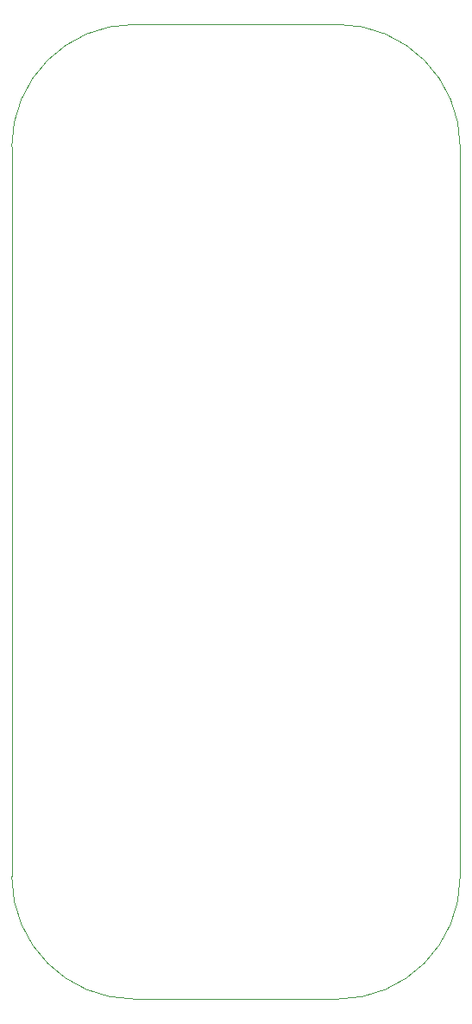
<source format=gbr>
%TF.GenerationSoftware,KiCad,Pcbnew,7.0.1*%
%TF.CreationDate,2023-11-18T18:10:11+02:00*%
%TF.ProjectId,Dille,44696c6c-652e-46b6-9963-61645f706362,rev?*%
%TF.SameCoordinates,Original*%
%TF.FileFunction,Profile,NP*%
%FSLAX46Y46*%
G04 Gerber Fmt 4.6, Leading zero omitted, Abs format (unit mm)*
G04 Created by KiCad (PCBNEW 7.0.1) date 2023-11-18 18:10:11*
%MOMM*%
%LPD*%
G01*
G04 APERTURE LIST*
%TA.AperFunction,Profile*%
%ADD10C,0.100000*%
%TD*%
G04 APERTURE END LIST*
D10*
X79000000Y-137000000D02*
G75*
G03*
X91000000Y-125000000I0J12000000D01*
G01*
X91000000Y-53500000D02*
X91000000Y-125000000D01*
X47000000Y-125000000D02*
X47000000Y-53500000D01*
X59000000Y-41500000D02*
X79000000Y-41500000D01*
X91000000Y-53500000D02*
G75*
G03*
X79000000Y-41500000I-12000000J0D01*
G01*
X79000000Y-137000000D02*
X59000000Y-137000000D01*
X59000000Y-41500000D02*
G75*
G03*
X47000000Y-53500000I0J-12000000D01*
G01*
X47000000Y-125000000D02*
G75*
G03*
X59000000Y-137000000I12000000J0D01*
G01*
M02*

</source>
